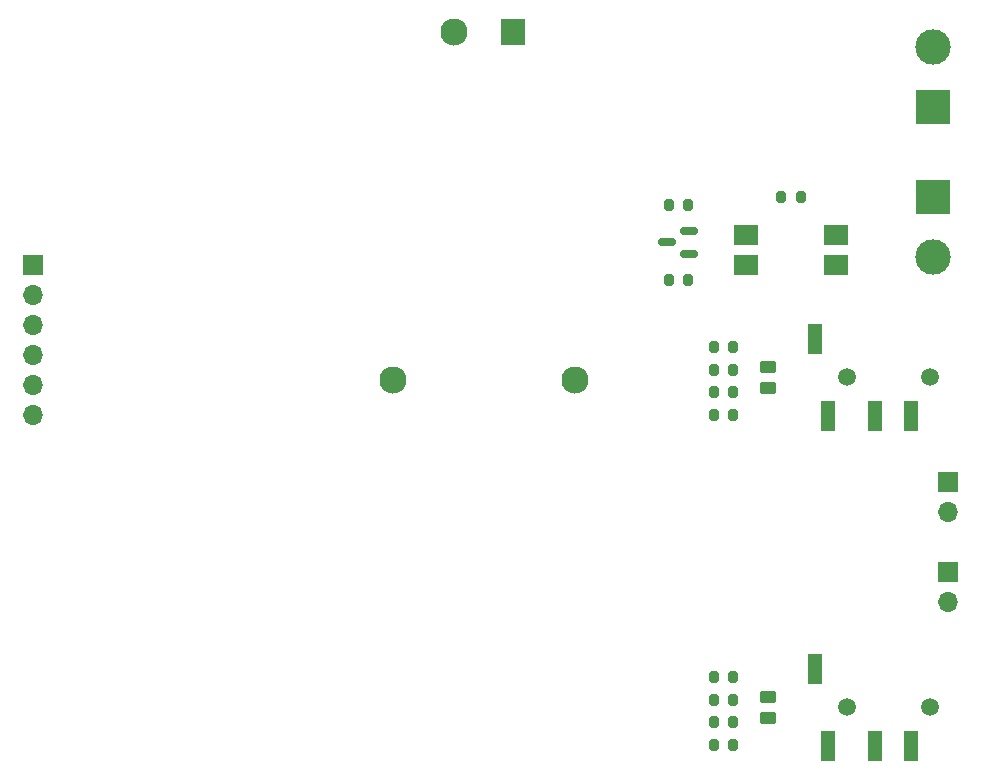
<source format=gts>
G04 #@! TF.GenerationSoftware,KiCad,Pcbnew,(6.0.0-0)*
G04 #@! TF.CreationDate,2022-06-20T09:50:28+02:00*
G04 #@! TF.ProjectId,prototype-1,70726f74-6f74-4797-9065-2d312e6b6963,rev?*
G04 #@! TF.SameCoordinates,Original*
G04 #@! TF.FileFunction,Soldermask,Top*
G04 #@! TF.FilePolarity,Negative*
%FSLAX46Y46*%
G04 Gerber Fmt 4.6, Leading zero omitted, Abs format (unit mm)*
G04 Created by KiCad (PCBNEW (6.0.0-0)) date 2022-06-20 09:50:28*
%MOMM*%
%LPD*%
G01*
G04 APERTURE LIST*
G04 Aperture macros list*
%AMRoundRect*
0 Rectangle with rounded corners*
0 $1 Rounding radius*
0 $2 $3 $4 $5 $6 $7 $8 $9 X,Y pos of 4 corners*
0 Add a 4 corners polygon primitive as box body*
4,1,4,$2,$3,$4,$5,$6,$7,$8,$9,$2,$3,0*
0 Add four circle primitives for the rounded corners*
1,1,$1+$1,$2,$3*
1,1,$1+$1,$4,$5*
1,1,$1+$1,$6,$7*
1,1,$1+$1,$8,$9*
0 Add four rect primitives between the rounded corners*
20,1,$1+$1,$2,$3,$4,$5,0*
20,1,$1+$1,$4,$5,$6,$7,0*
20,1,$1+$1,$6,$7,$8,$9,0*
20,1,$1+$1,$8,$9,$2,$3,0*%
G04 Aperture macros list end*
%ADD10R,1.700000X1.700000*%
%ADD11O,1.700000X1.700000*%
%ADD12RoundRect,0.250000X-0.450000X0.262500X-0.450000X-0.262500X0.450000X-0.262500X0.450000X0.262500X0*%
%ADD13RoundRect,0.200000X-0.200000X-0.275000X0.200000X-0.275000X0.200000X0.275000X-0.200000X0.275000X0*%
%ADD14R,2.000000X1.780000*%
%ADD15C,1.500000*%
%ADD16R,1.200000X2.500000*%
%ADD17RoundRect,0.200000X0.200000X0.275000X-0.200000X0.275000X-0.200000X-0.275000X0.200000X-0.275000X0*%
%ADD18R,2.000000X2.300000*%
%ADD19C,2.300000*%
%ADD20RoundRect,0.150000X0.587500X0.150000X-0.587500X0.150000X-0.587500X-0.150000X0.587500X-0.150000X0*%
%ADD21R,3.000000X3.000000*%
%ADD22C,3.000000*%
G04 APERTURE END LIST*
D10*
X189230000Y-92710000D03*
D11*
X189230000Y-95250000D03*
D12*
X173990000Y-82907500D03*
X173990000Y-84732500D03*
D13*
X169355000Y-81280000D03*
X171005000Y-81280000D03*
D10*
X111760000Y-74295000D03*
D11*
X111760000Y-76835000D03*
X111760000Y-79375000D03*
X111760000Y-81915000D03*
X111760000Y-84455000D03*
X111760000Y-86995000D03*
D14*
X179705000Y-74295000D03*
X179705000Y-71755000D03*
X172085000Y-71755000D03*
X172085000Y-74295000D03*
D13*
X165545000Y-75565000D03*
X167195000Y-75565000D03*
D15*
X180655000Y-83820000D03*
X187655000Y-83820000D03*
D16*
X183055000Y-87070000D03*
X186055000Y-87070000D03*
X177955000Y-80570000D03*
X179055000Y-87070000D03*
D17*
X171005000Y-114935000D03*
X169355000Y-114935000D03*
D15*
X180655000Y-111760000D03*
X187655000Y-111760000D03*
D16*
X183055000Y-115010000D03*
X186055000Y-115010000D03*
X177955000Y-108510000D03*
X179055000Y-115010000D03*
D17*
X176720000Y-68580000D03*
X175070000Y-68580000D03*
D13*
X169355000Y-109220000D03*
X171005000Y-109220000D03*
X165545000Y-69215000D03*
X167195000Y-69215000D03*
D10*
X189230000Y-100330000D03*
D11*
X189230000Y-102870000D03*
D13*
X169355000Y-113030000D03*
X171005000Y-113030000D03*
D17*
X171005000Y-83185000D03*
X169355000Y-83185000D03*
D13*
X169355000Y-85090000D03*
X171005000Y-85090000D03*
D18*
X152400000Y-54610000D03*
D19*
X147400000Y-54610000D03*
X157600000Y-84010000D03*
X142200000Y-84010000D03*
D17*
X171005000Y-86995000D03*
X169355000Y-86995000D03*
D12*
X173990000Y-110847500D03*
X173990000Y-112672500D03*
D20*
X167307500Y-73340000D03*
X167307500Y-71440000D03*
X165432500Y-72390000D03*
D21*
X187960000Y-68580000D03*
D22*
X187960000Y-73660000D03*
D17*
X171005000Y-111125000D03*
X169355000Y-111125000D03*
D21*
X187960000Y-60960000D03*
D22*
X187960000Y-55880000D03*
M02*

</source>
